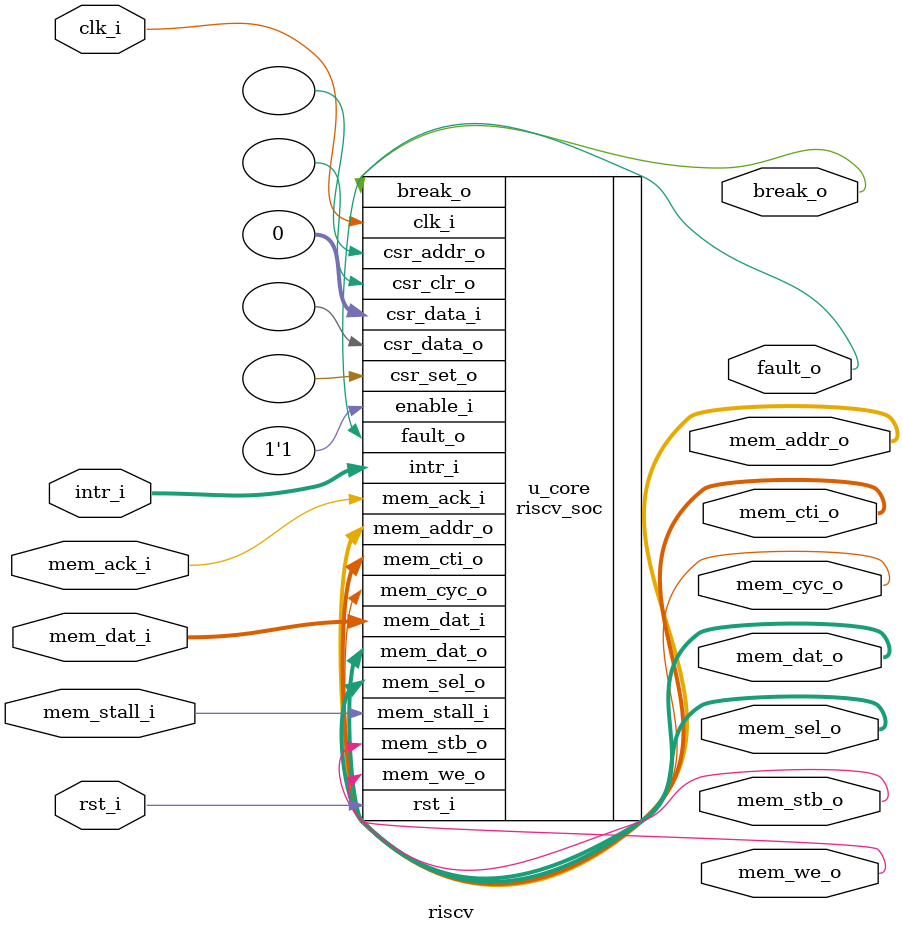
<source format=v>

module riscv
(
    // General
    input                   clk_i,
    input                   rst_i,

    // Interrupts
    input [7:0]             intr_i,

    // Status
    output                  fault_o,
    output                  break_o,

    // Wishbone Memory
    output [31:0]           mem_addr_o,
    output [31:0]           mem_dat_o,
    input [31:0]            mem_dat_i,
    output [3:0]            mem_sel_o,
    output [2:0]            mem_cti_o,
    output                  mem_cyc_o,
    output                  mem_we_o,
    output                  mem_stb_o,
    input                   mem_stall_i,
    input                   mem_ack_i
);

//-----------------------------------------------------------------
// Params
//-----------------------------------------------------------------
parameter           BOOT_VECTOR         = 32'h00000000;
parameter           ISR_VECTOR          = 32'h00000000;
parameter           REGISTER_FILE_TYPE  = "SIMULATION";

//-----------------------------------------------------------------
// CPU SOC
//-----------------------------------------------------------------
riscv_soc
#(
    .BOOT_VECTOR(BOOT_VECTOR),
    .REGISTER_FILE_TYPE(REGISTER_FILE_TYPE),
    .ISR_VECTOR(ISR_VECTOR)
)
u_core
(
    .clk_i(clk_i),
    .rst_i(rst_i),

    .enable_i(1'b1),

    .intr_i(intr_i),

    // Status
    .fault_o(fault_o),
    .break_o(break_o),

    // Memory
    .mem_addr_o(mem_addr_o),
    .mem_dat_o(mem_dat_o),
    .mem_dat_i(mem_dat_i),
    .mem_sel_o(mem_sel_o),
    .mem_cti_o(mem_cti_o),
    .mem_cyc_o(mem_cyc_o),
    .mem_we_o(mem_we_o),
    .mem_stb_o(mem_stb_o),
    .mem_stall_i(mem_stall_i),
    .mem_ack_i(mem_ack_i),

    // CSR access
    .csr_addr_o(),
    .csr_data_o(),
    .csr_data_i(32'b0),
    .csr_set_o(),
    .csr_clr_o()
);

endmodule

</source>
